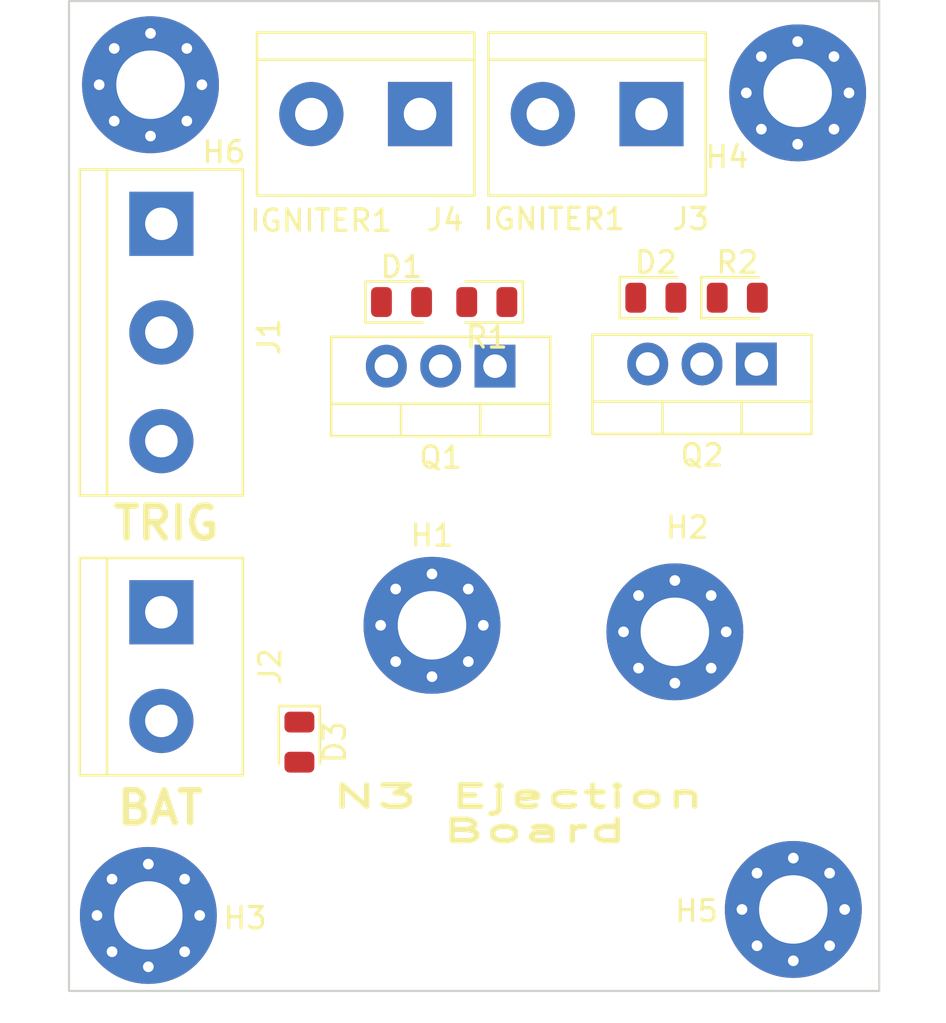
<source format=kicad_pcb>
(kicad_pcb (version 20211014) (generator pcbnew)
  (layers (0 "F.Cu" signal) (31 "B.Cu" signal) (34 "B.Paste" user) (35 "F.Paste" user) (36 "B.SilkS" user "B.Silkscreen") (37 "F.SilkS" user "F.Silkscreen") (38 "B.Mask" user) (39 "F.Mask" user) (44 "Edge.Cuts" user))
  (net 0 "")
  (net 1 "Net-(D1-Pad1)")
  (net 2 "GND")
  (net 4 "Net-(D2-Pad1)")
  (net 5 "IGNITER_TRIG_2")
  (net 6 "+12V")
  (net 7 "Net-(J3-Pad2)")
  (net 8 "Net-(J2-Pad2)")
  (net 9 "IGNITER_TRIG_1")
  (net 10 "Net-(J4-Pad2)")
  (footprint "MountingHole:MountingHole_3.2mm_M3_Pad_Via" (layer "F.Cu") (at 192.0494 71.0438)
    (fp_text reference "H5" (at -4.5212 0.0762) (layer "F.SilkS"))
    (fp_text value "MountingHole_Pad")
    (pad "1" thru_hole circle (at 0 2.4) (size 0.8 0.8) (drill 0.5) (layers *.Cu *.Mask) (net 2 "GND"))
    (pad "1" thru_hole circle (at 1.697056 -1.697056) (size 0.8 0.8) (drill 0.5) (layers *.Cu *.Mask) (net 2 "GND"))
    (pad "1" thru_hole circle (at -1.697056 1.697056) (size 0.8 0.8) (drill 0.5) (layers *.Cu *.Mask) (net 2 "GND"))
    (pad "1" thru_hole circle (at 2.4 0) (size 0.8 0.8) (drill 0.5) (layers *.Cu *.Mask) (net 2 "GND"))
    (pad "1" thru_hole circle (at 0 -2.4) (size 0.8 0.8) (drill 0.5) (layers *.Cu *.Mask) (net 2 "GND"))
    (pad "1" thru_hole circle (at 1.697056 1.697056) (size 0.8 0.8) (drill 0.5) (layers *.Cu *.Mask) (net 2 "GND"))
    (pad "1" thru_hole circle (at 0 0) (size 6.4 6.4) (drill 3.2) (layers *.Cu *.Mask) (net 2 "GND"))
    (pad "1" thru_hole circle (at -2.4 0) (size 0.8 0.8) (drill 0.5) (layers *.Cu *.Mask) (net 2 "GND"))
    (pad "1" thru_hole circle (at -1.697056 -1.697056) (size 0.8 0.8) (drill 0.5) (layers *.Cu *.Mask) (net 2 "GND"))
  )
  (footprint "Diode_SMD:D_0805_2012Metric" (layer "F.Cu") (at 168.9608 63.2206 -90)
    (fp_text reference "D3" (at 0 -1.65 90) (layer "F.SilkS"))
    (fp_text value "1N4001")
    (fp_line (start 1 -0.96) (end -1.685 -0.96) (layer "F.SilkS") (width 0.12))
    (fp_line (start -1.685 0.96) (end 1 0.96) (layer "F.SilkS") (width 0.12))
    (fp_line (start -1.685 -0.96) (end -1.685 0.96) (layer "F.SilkS") (width 0.12))
    (pad "1" smd roundrect (at -0.9375 0 270) (size 0.975 1.4) (layers "F.Cu" "F.Paste" "F.Mask") (net 6 "+12V"))
    (pad "2" smd roundrect (at 0.9375 0 270) (size 0.975 1.4) (layers "F.Cu" "F.Paste" "F.Mask") (net 8 "Net-(J2-Pad2)"))
  )
  (footprint "Package_TO_SOT_THT:TO-220-3_Vertical" (layer "F.Cu") (at 190.3222 45.5422 180)
    (fp_text reference "Q2" (at 2.54 -4.27) (layer "F.SilkS"))
    (fp_text value "IRLB8721PBF")
    (fp_line (start 4.391 -3.27) (end 4.391 -1.76) (layer "F.SilkS") (width 0.12))
    (fp_line (start -2.58 -1.76) (end 7.66 -1.76) (layer "F.SilkS") (width 0.12))
    (fp_line (start -2.58 1.371) (end 7.66 1.371) (layer "F.SilkS") (width 0.12))
    (fp_line (start 0.69 -3.27) (end 0.69 -1.76) (layer "F.SilkS") (width 0.12))
    (fp_line (start 7.66 -3.27) (end 7.66 1.371) (layer "F.SilkS") (width 0.12))
    (fp_line (start -2.58 -3.27) (end 7.66 -3.27) (layer "F.SilkS") (width 0.12))
    (fp_line (start -2.58 -3.27) (end -2.58 1.371) (layer "F.SilkS") (width 0.12))
    (pad "1" thru_hole rect (at 0 0 180) (size 1.905 2) (drill 1.1) (layers *.Cu *.Mask) (net 5 "IGNITER_TRIG_2"))
    (pad "2" thru_hole oval (at 2.54 0 180) (size 1.905 2) (drill 1.1) (layers *.Cu *.Mask) (net 7 "Net-(J3-Pad2)"))
    (pad "3" thru_hole oval (at 5.08 0 180) (size 1.905 2) (drill 1.1) (layers *.Cu *.Mask) (net 2 "GND"))
  )
  (footprint "LED_SMD:LED_0805_2012Metric" (layer "F.Cu") (at 189.4286 42.4434)
    (fp_text reference "R2" (at 0 -1.65) (layer "F.SilkS"))
    (fp_text value "R")
    (fp_line (start -1.685 -0.96) (end -1.685 0.96) (layer "F.SilkS") (width 0.12))
    (fp_line (start 1 -0.96) (end -1.685 -0.96) (layer "F.SilkS") (width 0.12))
    (fp_line (start -1.685 0.96) (end 1 0.96) (layer "F.SilkS") (width 0.12))
    (pad "1" smd roundrect (at -0.9375 0) (size 0.975 1.4) (layers "F.Cu" "F.Paste" "F.Mask") (net 4 "Net-(D2-Pad1)"))
    (pad "2" smd roundrect (at 0.9375 0) (size 0.975 1.4) (layers "F.Cu" "F.Paste" "F.Mask") (net 2 "GND"))
  )
  (footprint "MountingHole:MountingHole_3.2mm_M3_Pad_Via" (layer "F.Cu") (at 162.0012 32.4866)
    (fp_text reference "H6" (at 3.429 3.1496) (layer "F.SilkS"))
    (fp_text value "MountingHole_Pad")
    (pad "1" thru_hole circle (at 0 -2.4) (size 0.8 0.8) (drill 0.5) (layers *.Cu *.Mask) (net 2 "GND"))
    (pad "1" thru_hole circle (at -1.697056 -1.697056) (size 0.8 0.8) (drill 0.5) (layers *.Cu *.Mask) (net 2 "GND"))
    (pad "1" thru_hole circle (at 2.4 0) (size 0.8 0.8) (drill 0.5) (layers *.Cu *.Mask) (net 2 "GND"))
    (pad "1" thru_hole circle (at -1.697056 1.697056) (size 0.8 0.8) (drill 0.5) (layers *.Cu *.Mask) (net 2 "GND"))
    (pad "1" thru_hole circle (at 1.697056 1.697056) (size 0.8 0.8) (drill 0.5) (layers *.Cu *.Mask) (net 2 "GND"))
    (pad "1" thru_hole circle (at 0 0) (size 6.4 6.4) (drill 3.2) (layers *.Cu *.Mask) (net 2 "GND"))
    (pad "1" thru_hole circle (at 0 2.4) (size 0.8 0.8) (drill 0.5) (layers *.Cu *.Mask) (net 2 "GND"))
    (pad "1" thru_hole circle (at 1.697056 -1.697056) (size 0.8 0.8) (drill 0.5) (layers *.Cu *.Mask) (net 2 "GND"))
    (pad "1" thru_hole circle (at -2.4 0) (size 0.8 0.8) (drill 0.5) (layers *.Cu *.Mask) (net 2 "GND"))
  )
  (footprint "LED_SMD:LED_0805_2012Metric" (layer "F.Cu") (at 173.7337 42.6466)
    (fp_text reference "D1" (at 0 -1.65) (layer "F.SilkS"))
    (fp_text value "LED")
    (fp_line (start -1.685 -0.96) (end -1.685 0.96) (layer "F.SilkS") (width 0.12))
    (fp_line (start 1 -0.96) (end -1.685 -0.96) (layer "F.SilkS") (width 0.12))
    (fp_line (start -1.685 0.96) (end 1 0.96) (layer "F.SilkS") (width 0.12))
    (pad "1" smd roundrect (at -0.9375 0) (size 0.975 1.4) (layers "F.Cu" "F.Paste" "F.Mask") (net 1 "Net-(D1-Pad1)"))
    (pad "2" smd roundrect (at 0.9375 0) (size 0.975 1.4) (layers "F.Cu" "F.Paste" "F.Mask"))
  )
  (footprint "TerminalBlock:TerminalBlock_bornier-2_P5.08mm" (layer "F.Cu") (at 162.5092 57.15 -90)
    (fp_text reference "J2" (at 2.54 -5.08 90) (layer "F.SilkS"))
    (fp_text value "12V_POWER_IN")
    (fp_line (start 7.62 3.81) (end 7.62 -3.81) (layer "F.SilkS") (width 0.12))
    (fp_line (start 7.62 2.54) (end -2.54 2.54) (layer "F.SilkS") (width 0.12))
    (fp_line (start 7.62 -3.81) (end -2.54 -3.81) (layer "F.SilkS") (width 0.12))
    (fp_line (start -2.54 3.81) (end 7.62 3.81) (layer "F.SilkS") (width 0.12))
    (fp_line (start -2.54 -3.81) (end -2.54 3.81) (layer "F.SilkS") (width 0.12))
    (pad "1" thru_hole rect (at 0 0 270) (size 3 3) (drill 1.52) (layers *.Cu *.Mask) (net 2 "GND"))
    (pad "2" thru_hole circle (at 5.08 0 270) (size 3 3) (drill 1.52) (layers *.Cu *.Mask) (net 8 "Net-(J2-Pad2)"))
  )
  (footprint "MountingHole:MountingHole_3.2mm_M3_Pad_Via" (layer "F.Cu") (at 192.2526 32.8676)
    (fp_text reference "H4" (at -3.302 2.9972) (layer "F.SilkS"))
    (fp_text value "MountingHole_Pad")
    (pad "1" thru_hole circle (at 2.4 0) (size 0.8 0.8) (drill 0.5) (layers *.Cu *.Mask) (net 2 "GND"))
    (pad "1" thru_hole circle (at 0 0) (size 6.4 6.4) (drill 3.2) (layers *.Cu *.Mask) (net 2 "GND"))
    (pad "1" thru_hole circle (at -1.697056 -1.697056) (size 0.8 0.8) (drill 0.5) (layers *.Cu *.Mask) (net 2 "GND"))
    (pad "1" thru_hole circle (at 1.697056 -1.697056) (size 0.8 0.8) (drill 0.5) (layers *.Cu *.Mask) (net 2 "GND"))
    (pad "1" thru_hole circle (at -2.4 0) (size 0.8 0.8) (drill 0.5) (layers *.Cu *.Mask) (net 2 "GND"))
    (pad "1" thru_hole circle (at 0 2.4) (size 0.8 0.8) (drill 0.5) (layers *.Cu *.Mask) (net 2 "GND"))
    (pad "1" thru_hole circle (at 1.697056 1.697056) (size 0.8 0.8) (drill 0.5) (layers *.Cu *.Mask) (net 2 "GND"))
    (pad "1" thru_hole circle (at 0 -2.4) (size 0.8 0.8) (drill 0.5) (layers *.Cu *.Mask) (net 2 "GND"))
    (pad "1" thru_hole circle (at -1.697056 1.697056) (size 0.8 0.8) (drill 0.5) (layers *.Cu *.Mask) (net 2 "GND"))
  )
  (footprint "MountingHole:MountingHole_3.2mm_M3_Pad_Via" (layer "F.Cu") (at 161.8996 71.3232)
    (fp_text reference "H3" (at 4.5212 0.127) (layer "F.SilkS"))
    (fp_text value "MountingHole_Pad")
    (pad "1" thru_hole circle (at 2.4 0) (size 0.8 0.8) (drill 0.5) (layers *.Cu *.Mask) (net 2 "GND"))
    (pad "1" thru_hole circle (at -1.697056 -1.697056) (size 0.8 0.8) (drill 0.5) (layers *.Cu *.Mask) (net 2 "GND"))
    (pad "1" thru_hole circle (at 1.697056 -1.697056) (size 0.8 0.8) (drill 0.5) (layers *.Cu *.Mask) (net 2 "GND"))
    (pad "1" thru_hole circle (at -2.4 0) (size 0.8 0.8) (drill 0.5) (layers *.Cu *.Mask) (net 2 "GND"))
    (pad "1" thru_hole circle (at 0 0) (size 6.4 6.4) (drill 3.2) (layers *.Cu *.Mask) (net 2 "GND"))
    (pad "1" thru_hole circle (at -1.697056 1.697056) (size 0.8 0.8) (drill 0.5) (layers *.Cu *.Mask) (net 2 "GND"))
    (pad "1" thru_hole circle (at 0 2.4) (size 0.8 0.8) (drill 0.5) (layers *.Cu *.Mask) (net 2 "GND"))
    (pad "1" thru_hole circle (at 0 -2.4) (size 0.8 0.8) (drill 0.5) (layers *.Cu *.Mask) (net 2 "GND"))
    (pad "1" thru_hole circle (at 1.697056 1.697056) (size 0.8 0.8) (drill 0.5) (layers *.Cu *.Mask) (net 2 "GND"))
  )
  (footprint "Package_TO_SOT_THT:TO-220-3_Vertical" (layer "F.Cu") (at 178.1048 45.6438 180)
    (fp_text reference "Q1" (at 2.54 -4.27) (layer "F.SilkS"))
    (fp_text value "IRLB8721PBF")
    (fp_line (start -2.58 -3.27) (end 7.66 -3.27) (layer "F.SilkS") (width 0.12))
    (fp_line (start -2.58 -3.27) (end -2.58 1.371) (layer "F.SilkS") (width 0.12))
    (fp_line (start 7.66 -3.27) (end 7.66 1.371) (layer "F.SilkS") (width 0.12))
    (fp_line (start -2.58 1.371) (end 7.66 1.371) (layer "F.SilkS") (width 0.12))
    (fp_line (start -2.58 -1.76) (end 7.66 -1.76) (layer "F.SilkS") (width 0.12))
    (fp_line (start 4.391 -3.27) (end 4.391 -1.76) (layer "F.SilkS") (width 0.12))
    (fp_line (start 0.69 -3.27) (end 0.69 -1.76) (layer "F.SilkS") (width 0.12))
    (pad "1" thru_hole rect (at 0 0 180) (size 1.905 2) (drill 1.1) (layers *.Cu *.Mask) (net 9 "IGNITER_TRIG_1"))
    (pad "2" thru_hole oval (at 2.54 0 180) (size 1.905 2) (drill 1.1) (layers *.Cu *.Mask) (net 10 "Net-(J4-Pad2)"))
    (pad "3" thru_hole oval (at 5.08 0 180) (size 1.905 2) (drill 1.1) (layers *.Cu *.Mask) (net 2 "GND"))
  )
  (footprint "TerminalBlock:TerminalBlock_bornier-2_P5.08mm" (layer "F.Cu") (at 174.5996 33.8582 180)
    (fp_text reference "J4" (at -1.1684 -4.953) (layer "F.SilkS"))
    (fp_text value "IGNITER1" (at 4.6228 -4.9784) (layer "F.SilkS"))
    (fp_line (start 7.62 -3.81) (end -2.54 -3.81) (layer "F.SilkS") (width 0.12))
    (fp_line (start -2.54 3.81) (end 7.62 3.81) (layer "F.SilkS") (width 0.12))
    (fp_line (start 7.62 2.54) (end -2.54 2.54) (layer "F.SilkS") (width 0.12))
    (fp_line (start 7.62 3.81) (end 7.62 -3.81) (layer "F.SilkS") (width 0.12))
    (fp_line (start -2.54 -3.81) (end -2.54 3.81) (layer "F.SilkS") (width 0.12))
    (pad "1" thru_hole rect (at 0 0 180) (size 3 3) (drill 1.52) (layers *.Cu *.Mask) (net 6 "+12V"))
    (pad "2" thru_hole circle (at 5.08 0 180) (size 3 3) (drill 1.52) (layers *.Cu *.Mask) (net 10 "Net-(J4-Pad2)"))
  )
  (footprint "TerminalBlock:TerminalBlock_bornier-2_P5.08mm" (layer "F.Cu") (at 185.42 33.8582 180)
    (fp_text reference "J3" (at -1.8288 -4.9022) (layer "F.SilkS"))
    (fp_text value "IGNITER1" (at 4.5466 -4.9022) (layer "F.SilkS"))
    (fp_line (start 7.62 3.81) (end 7.62 -3.81) (layer "F.SilkS") (width 0.12))
    (fp_line (start -2.54 3.81) (end 7.62 3.81) (layer "F.SilkS") (width 0.12))
    (fp_line (start 7.62 -3.81) (end -2.54 -3.81) (layer "F.SilkS") (width 0.12))
    (fp_line (start 7.62 2.54) (end -2.54 2.54) (layer "F.SilkS") (width 0.12))
    (fp_line (start -2.54 -3.81) (end -2.54 3.81) (layer "F.SilkS") (width 0.12))
    (pad "1" thru_hole rect (at 0 0 180) (size 3 3) (drill 1.52) (layers *.Cu *.Mask) (net 6 "+12V"))
    (pad "2" thru_hole circle (at 5.08 0 180) (size 3 3) (drill 1.52) (layers *.Cu *.Mask) (net 7 "Net-(J3-Pad2)"))
  )
  (footprint "TerminalBlock:TerminalBlock_bornier-3_P5.08mm" (layer "F.Cu") (at 162.5092 38.989 -90)
    (fp_text reference "J1" (at 5.2832 -5.0292 90) (layer "F.SilkS"))
    (fp_text value "EJECTION_TRIGGER_2")
    (fp_line (start -2.54 3.81) (end -2.54 -3.81) (layer "F.SilkS") (width 0.12))
    (fp_line (start -2.54 2.54) (end 12.7 2.54) (layer "F.SilkS") (width 0.12))
    (fp_line (start -2.54 3.81) (end 12.7 3.81) (layer "F.SilkS") (width 0.12))
    (fp_line (start -2.54 -3.81) (end 12.7 -3.81) (layer "F.SilkS") (width 0.12))
    (fp_line (start 12.7 3.81) (end 12.7 -3.81) (layer "F.SilkS") (width 0.12))
    (pad "1" thru_hole rect (at 0 0 270) (size 3 3) (drill 1.52) (layers *.Cu *.Mask) (net 2 "GND"))
    (pad "2" thru_hole circle (at 5.08 0 270) (size 3 3) (drill 1.52) (layers *.Cu *.Mask) (net 5 "IGNITER_TRIG_2"))
    (pad "3" thru_hole circle (at 10.16 0 270) (size 3 3) (drill 1.52) (layers *.Cu *.Mask) (net 9 "IGNITER_TRIG_1"))
  )
  (footprint "LED_SMD:LED_0805_2012Metric" (layer "F.Cu") (at 177.7215 42.6466 180)
    (fp_text reference "R1" (at 0 -1.65) (layer "F.SilkS"))
    (fp_text value "R")
    (fp_line (start -1.685 -0.96) (end -1.685 0.96) (layer "F.SilkS") (width 0.12))
    (fp_line (start -1.685 0.96) (end 1 0.96) (layer "F.SilkS") (width 0.12))
    (fp_line (start 1 -0.96) (end -1.685 -0.96) (layer "F.SilkS") (width 0.12))
    (pad "1" smd roundrect (at -0.9375 0 180) (size 0.975 1.4) (layers "F.Cu" "F.Paste" "F.Mask") (net 1 "Net-(D1-Pad1)"))
    (pad "2" smd roundrect (at 0.9375 0 180) (size 0.975 1.4) (layers "F.Cu" "F.Paste" "F.Mask") (net 2 "GND"))
  )
  (footprint "MountingHole:MountingHole_3.2mm_M3_Pad_Via" (layer "F.Cu") (at 186.5122 58.0644)
    (fp_text reference "H2" (at 0.5842 -4.8768) (layer "F.SilkS"))
    (fp_text value "MountingHole_Pad")
    (pad "1" thru_hole circle (at -1.697056 -1.697056) (size 0.8 0.8) (drill 0.5) (layers *.Cu *.Mask) (net 2 "GND"))
    (pad "1" thru_hole circle (at 0 0) (size 6.4 6.4) (drill 3.2) (layers *.Cu *.Mask) (net 2 "GND"))
    (pad "1" thru_hole circle (at 2.4 0) (size 0.8 0.8) (drill 0.5) (layers *.Cu *.Mask) (net 2 "GND"))
    (pad "1" thru_hole circle (at 1.697056 -1.697056) (size 0.8 0.8) (drill 0.5) (layers *.Cu *.Mask) (net 2 "GND"))
    (pad "1" thru_hole circle (at 0 2.4) (size 0.8 0.8) (drill 0.5) (layers *.Cu *.Mask) (net 2 "GND"))
    (pad "1" thru_hole circle (at -2.4 0) (size 0.8 0.8) (drill 0.5) (layers *.Cu *.Mask) (net 2 "GND"))
    (pad "1" thru_hole circle (at 1.697056 1.697056) (size 0.8 0.8) (drill 0.5) (layers *.Cu *.Mask) (net 2 "GND"))
    (pad "1" thru_hole circle (at -1.697056 1.697056) (size 0.8 0.8) (drill 0.5) (layers *.Cu *.Mask) (net 2 "GND"))
    (pad "1" thru_hole circle (at 0 -2.4) (size 0.8 0.8) (drill 0.5) (layers *.Cu *.Mask) (net 2 "GND"))
  )
  (footprint "LED_SMD:LED_0805_2012Metric" (layer "F.Cu") (at 185.6232 42.4434)
    (fp_text reference "D2" (at 0 -1.65) (layer "F.SilkS"))
    (fp_text value "LED")
    (fp_line (start -1.685 0.96) (end 1 0.96) (layer "F.SilkS") (width 0.12))
    (fp_line (start 1 -0.96) (end -1.685 -0.96) (layer "F.SilkS") (width 0.12))
    (fp_line (start -1.685 -0.96) (end -1.685 0.96) (layer "F.SilkS") (width 0.12))
    (pad "1" smd roundrect (at -0.9375 0) (size 0.975 1.4) (layers "F.Cu" "F.Paste" "F.Mask") (net 4 "Net-(D2-Pad1)"))
    (pad "2" smd roundrect (at 0.9375 0) (size 0.975 1.4) (layers "F.Cu" "F.Paste" "F.Mask") (net 5 "IGNITER_TRIG_2"))
  )
  (footprint "MountingHole:MountingHole_3.2mm_M3_Pad_Via" (layer "F.Cu") (at 175.1584 57.7596)
    (fp_text reference "H1" (at 0 -4.2) (layer "F.SilkS"))
    (fp_text value "MountingHole_Pad")
    (pad "1" thru_hole circle (at -1.697056 1.697056) (size 0.8 0.8) (drill 0.5) (layers *.Cu *.Mask) (net 2 "GND"))
    (pad "1" thru_hole circle (at 0 2.4) (size 0.8 0.8) (drill 0.5) (layers *.Cu *.Mask) (net 2 "GND"))
    (pad "1" thru_hole circle (at 1.697056 1.697056) (size 0.8 0.8) (drill 0.5) (layers *.Cu *.Mask) (net 2 "GND"))
    (pad "1" thru_hole circle (at -2.4 0) (size 0.8 0.8) (drill 0.5) (layers *.Cu *.Mask) (net 2 "GND"))
    (pad "1" thru_hole circle (at 1.697056 -1.697056) (size 0.8 0.8) (drill 0.5) (layers *.Cu *.Mask) (net 2 "GND"))
    (pad "1" thru_hole circle (at 0 0) (size 6.4 6.4) (drill 3.2) (layers *.Cu *.Mask) (net 2 "GND"))
    (pad "1" thru_hole circle (at 2.4 0) (size 0.8 0.8) (drill 0.5) (layers *.Cu *.Mask) (net 2 "GND"))
    (pad "1" thru_hole circle (at 0 -2.4) (size 0.8 0.8) (drill 0.5) (layers *.Cu *.Mask) (net 2 "GND"))
    (pad "1" thru_hole circle (at -1.697056 -1.697056) (size 0.8 0.8) (drill 0.5) (layers *.Cu *.Mask) (net 2 "GND"))
  )
  (gr_poly (pts (xy 196.0626 74.8538) (xy 158.1912 74.8538) (xy 158.1912 28.575) (xy 196.0626 28.575)) (layer "Edge.Cuts") (width 0.1) (fill none))
  (gr_text "TRIG" (at 162.7378 52.9844) (layer "F.SilkS") (effects (font (size 1.5 1.5) (thickness 0.3))))
  (gr_text "N3 Ejection \nBoard" (at 179.959 66.5734) (layer "F.SilkS") (effects (font (size 1 2) (thickness 0.25))))
  (gr_text "BAT" (at 162.4584 66.294) (layer "F.SilkS") (effects (font (size 1.5 1.5) (thickness 0.3))))
)
</source>
